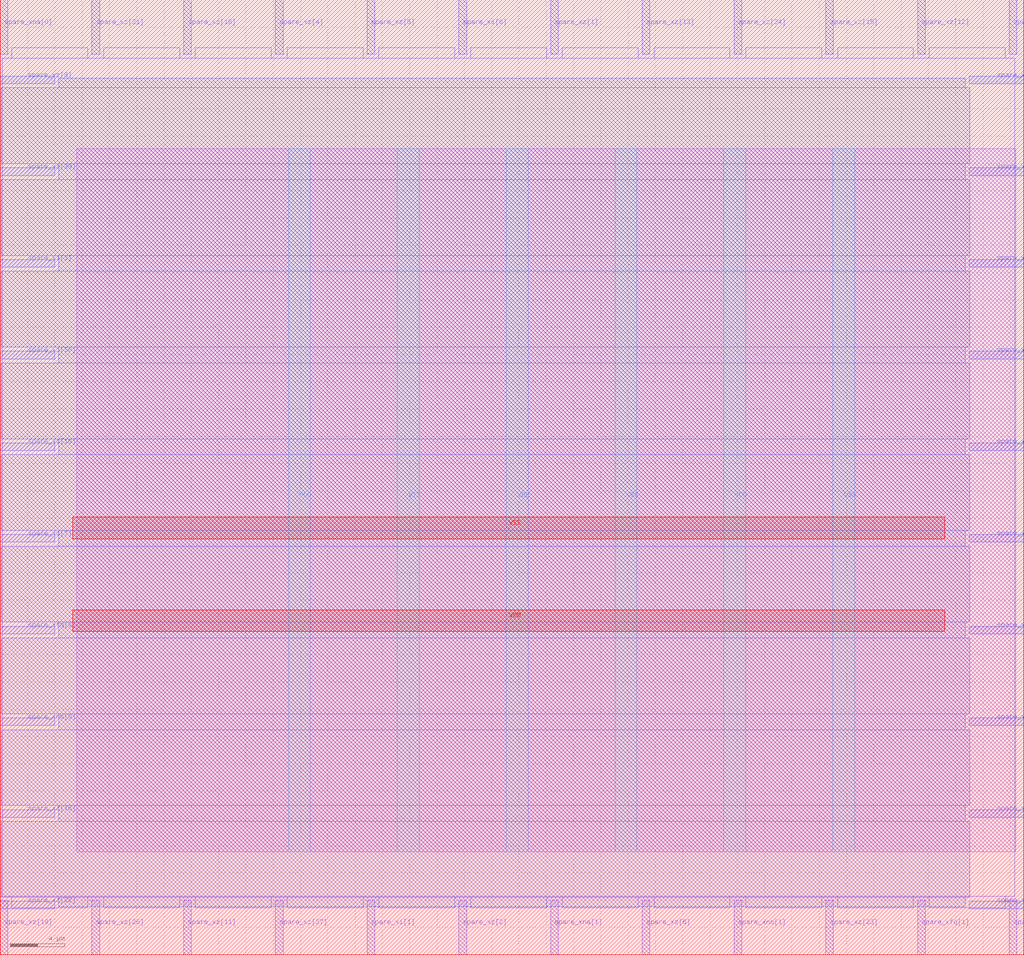
<source format=lef>
VERSION 5.7 ;
  NOWIREEXTENSIONATPIN ON ;
  DIVIDERCHAR "/" ;
  BUSBITCHARS "[]" ;
MACRO spare_logic_block
  CLASS BLOCK ;
  FOREIGN spare_logic_block ;
  ORIGIN 0.000 0.000 ;
  SIZE 75.000 BY 70.000 ;
  PIN VDD
    DIRECTION INOUT ;
    USE POWER ;
    PORT
      LAYER Metal4 ;
        RECT 21.120 7.540 22.720 59.100 ;
    END
    PORT
      LAYER Metal4 ;
        RECT 37.070 7.540 38.670 59.100 ;
    END
    PORT
      LAYER Metal4 ;
        RECT 53.020 7.540 54.620 59.100 ;
    END
    PORT
      LAYER Metal5 ;
        RECT 5.300 23.690 69.180 25.290 ;
    END
  END VDD
  PIN VSS
    DIRECTION INOUT ;
    USE GROUND ;
    PORT
      LAYER Metal4 ;
        RECT 29.095 7.540 30.695 59.100 ;
    END
    PORT
      LAYER Metal4 ;
        RECT 45.045 7.540 46.645 59.100 ;
    END
    PORT
      LAYER Metal4 ;
        RECT 60.995 7.540 62.595 59.100 ;
    END
    PORT
      LAYER Metal5 ;
        RECT 5.300 30.480 69.180 32.080 ;
    END
  END VSS
  PIN spare_xfq[0]
    DIRECTION OUTPUT TRISTATE ;
    USE SIGNAL ;
    PORT
      LAYER Metal3 ;
        RECT 0.000 23.520 4.000 24.080 ;
    END
  END spare_xfq[0]
  PIN spare_xfq[1]
    DIRECTION OUTPUT TRISTATE ;
    USE SIGNAL ;
    PORT
      LAYER Metal2 ;
        RECT 67.200 0.000 67.760 4.000 ;
    END
  END spare_xfq[1]
  PIN spare_xi[0]
    DIRECTION OUTPUT TRISTATE ;
    USE SIGNAL ;
    PORT
      LAYER Metal2 ;
        RECT 33.600 66.000 34.160 70.000 ;
    END
  END spare_xi[0]
  PIN spare_xi[1]
    DIRECTION OUTPUT TRISTATE ;
    USE SIGNAL ;
    PORT
      LAYER Metal2 ;
        RECT 26.880 0.000 27.440 4.000 ;
    END
  END spare_xi[1]
  PIN spare_xi[2]
    DIRECTION OUTPUT TRISTATE ;
    USE SIGNAL ;
    PORT
      LAYER Metal3 ;
        RECT 71.000 10.080 75.000 10.640 ;
    END
  END spare_xi[2]
  PIN spare_xi[3]
    DIRECTION OUTPUT TRISTATE ;
    USE SIGNAL ;
    PORT
      LAYER Metal3 ;
        RECT 0.000 50.400 4.000 50.960 ;
    END
  END spare_xi[3]
  PIN spare_xib
    DIRECTION OUTPUT TRISTATE ;
    USE SIGNAL ;
    PORT
      LAYER Metal3 ;
        RECT 71.000 3.360 75.000 3.920 ;
    END
  END spare_xib
  PIN spare_xmx[0]
    DIRECTION OUTPUT TRISTATE ;
    USE SIGNAL ;
    PORT
      LAYER Metal2 ;
        RECT 73.920 0.000 74.480 4.000 ;
    END
  END spare_xmx[0]
  PIN spare_xmx[1]
    DIRECTION OUTPUT TRISTATE ;
    USE SIGNAL ;
    PORT
      LAYER Metal3 ;
        RECT 71.000 50.400 75.000 50.960 ;
    END
  END spare_xmx[1]
  PIN spare_xna[0]
    DIRECTION OUTPUT TRISTATE ;
    USE SIGNAL ;
    PORT
      LAYER Metal2 ;
        RECT 0.000 66.000 0.560 70.000 ;
    END
  END spare_xna[0]
  PIN spare_xna[1]
    DIRECTION OUTPUT TRISTATE ;
    USE SIGNAL ;
    PORT
      LAYER Metal2 ;
        RECT 40.320 0.000 40.880 4.000 ;
    END
  END spare_xna[1]
  PIN spare_xno[0]
    DIRECTION OUTPUT TRISTATE ;
    USE SIGNAL ;
    PORT
      LAYER Metal3 ;
        RECT 0.000 16.800 4.000 17.360 ;
    END
  END spare_xno[0]
  PIN spare_xno[1]
    DIRECTION OUTPUT TRISTATE ;
    USE SIGNAL ;
    PORT
      LAYER Metal2 ;
        RECT 53.760 0.000 54.320 4.000 ;
    END
  END spare_xno[1]
  PIN spare_xz[0]
    DIRECTION OUTPUT TRISTATE ;
    USE SIGNAL ;
    PORT
      LAYER Metal3 ;
        RECT 71.000 57.120 75.000 57.680 ;
    END
  END spare_xz[0]
  PIN spare_xz[10]
    DIRECTION OUTPUT TRISTATE ;
    USE SIGNAL ;
    PORT
      LAYER Metal3 ;
        RECT 0.000 36.960 4.000 37.520 ;
    END
  END spare_xz[10]
  PIN spare_xz[11]
    DIRECTION OUTPUT TRISTATE ;
    USE SIGNAL ;
    PORT
      LAYER Metal2 ;
        RECT 13.440 0.000 14.000 4.000 ;
    END
  END spare_xz[11]
  PIN spare_xz[12]
    DIRECTION OUTPUT TRISTATE ;
    USE SIGNAL ;
    PORT
      LAYER Metal2 ;
        RECT 67.200 66.000 67.760 70.000 ;
    END
  END spare_xz[12]
  PIN spare_xz[13]
    DIRECTION OUTPUT TRISTATE ;
    USE SIGNAL ;
    PORT
      LAYER Metal2 ;
        RECT 47.040 66.000 47.600 70.000 ;
    END
  END spare_xz[13]
  PIN spare_xz[14]
    DIRECTION OUTPUT TRISTATE ;
    USE SIGNAL ;
    PORT
      LAYER Metal3 ;
        RECT 71.000 36.960 75.000 37.520 ;
    END
  END spare_xz[14]
  PIN spare_xz[15]
    DIRECTION OUTPUT TRISTATE ;
    USE SIGNAL ;
    PORT
      LAYER Metal2 ;
        RECT 60.480 66.000 61.040 70.000 ;
    END
  END spare_xz[15]
  PIN spare_xz[16]
    DIRECTION OUTPUT TRISTATE ;
    USE SIGNAL ;
    PORT
      LAYER Metal3 ;
        RECT 0.000 10.080 4.000 10.640 ;
    END
  END spare_xz[16]
  PIN spare_xz[17]
    DIRECTION OUTPUT TRISTATE ;
    USE SIGNAL ;
    PORT
      LAYER Metal3 ;
        RECT 71.000 63.840 75.000 64.400 ;
    END
  END spare_xz[17]
  PIN spare_xz[18]
    DIRECTION OUTPUT TRISTATE ;
    USE SIGNAL ;
    PORT
      LAYER Metal2 ;
        RECT 13.440 66.000 14.000 70.000 ;
    END
  END spare_xz[18]
  PIN spare_xz[19]
    DIRECTION OUTPUT TRISTATE ;
    USE SIGNAL ;
    PORT
      LAYER Metal2 ;
        RECT 0.000 0.000 0.560 4.000 ;
    END
  END spare_xz[19]
  PIN spare_xz[1]
    DIRECTION OUTPUT TRISTATE ;
    USE SIGNAL ;
    PORT
      LAYER Metal2 ;
        RECT 40.320 66.000 40.880 70.000 ;
    END
  END spare_xz[1]
  PIN spare_xz[20]
    DIRECTION OUTPUT TRISTATE ;
    USE SIGNAL ;
    PORT
      LAYER Metal3 ;
        RECT 71.000 43.680 75.000 44.240 ;
    END
  END spare_xz[20]
  PIN spare_xz[21]
    DIRECTION OUTPUT TRISTATE ;
    USE SIGNAL ;
    PORT
      LAYER Metal2 ;
        RECT 6.720 66.000 7.280 70.000 ;
    END
  END spare_xz[21]
  PIN spare_xz[22]
    DIRECTION OUTPUT TRISTATE ;
    USE SIGNAL ;
    PORT
      LAYER Metal3 ;
        RECT 0.000 3.360 4.000 3.920 ;
    END
  END spare_xz[22]
  PIN spare_xz[23]
    DIRECTION OUTPUT TRISTATE ;
    USE SIGNAL ;
    PORT
      LAYER Metal2 ;
        RECT 60.480 0.000 61.040 4.000 ;
    END
  END spare_xz[23]
  PIN spare_xz[24]
    DIRECTION OUTPUT TRISTATE ;
    USE SIGNAL ;
    PORT
      LAYER Metal2 ;
        RECT 53.760 66.000 54.320 70.000 ;
    END
  END spare_xz[24]
  PIN spare_xz[25]
    DIRECTION OUTPUT TRISTATE ;
    USE SIGNAL ;
    PORT
      LAYER Metal3 ;
        RECT 71.000 16.800 75.000 17.360 ;
    END
  END spare_xz[25]
  PIN spare_xz[26]
    DIRECTION OUTPUT TRISTATE ;
    USE SIGNAL ;
    PORT
      LAYER Metal2 ;
        RECT 6.720 0.000 7.280 4.000 ;
    END
  END spare_xz[26]
  PIN spare_xz[27]
    DIRECTION OUTPUT TRISTATE ;
    USE SIGNAL ;
    PORT
      LAYER Metal2 ;
        RECT 20.160 0.000 20.720 4.000 ;
    END
  END spare_xz[27]
  PIN spare_xz[28]
    DIRECTION OUTPUT TRISTATE ;
    USE SIGNAL ;
    PORT
      LAYER Metal3 ;
        RECT 0.000 57.120 4.000 57.680 ;
    END
  END spare_xz[28]
  PIN spare_xz[29]
    DIRECTION OUTPUT TRISTATE ;
    USE SIGNAL ;
    PORT
      LAYER Metal3 ;
        RECT 71.000 23.520 75.000 24.080 ;
    END
  END spare_xz[29]
  PIN spare_xz[2]
    DIRECTION OUTPUT TRISTATE ;
    USE SIGNAL ;
    PORT
      LAYER Metal2 ;
        RECT 33.600 0.000 34.160 4.000 ;
    END
  END spare_xz[2]
  PIN spare_xz[30]
    DIRECTION OUTPUT TRISTATE ;
    USE SIGNAL ;
    PORT
      LAYER Metal3 ;
        RECT 0.000 43.680 4.000 44.240 ;
    END
  END spare_xz[30]
  PIN spare_xz[3]
    DIRECTION OUTPUT TRISTATE ;
    USE SIGNAL ;
    PORT
      LAYER Metal2 ;
        RECT 73.920 66.000 74.480 70.000 ;
    END
  END spare_xz[3]
  PIN spare_xz[4]
    DIRECTION OUTPUT TRISTATE ;
    USE SIGNAL ;
    PORT
      LAYER Metal2 ;
        RECT 20.160 66.000 20.720 70.000 ;
    END
  END spare_xz[4]
  PIN spare_xz[5]
    DIRECTION OUTPUT TRISTATE ;
    USE SIGNAL ;
    PORT
      LAYER Metal2 ;
        RECT 26.880 66.000 27.440 70.000 ;
    END
  END spare_xz[5]
  PIN spare_xz[6]
    DIRECTION OUTPUT TRISTATE ;
    USE SIGNAL ;
    PORT
      LAYER Metal2 ;
        RECT 47.040 0.000 47.600 4.000 ;
    END
  END spare_xz[6]
  PIN spare_xz[7]
    DIRECTION OUTPUT TRISTATE ;
    USE SIGNAL ;
    PORT
      LAYER Metal3 ;
        RECT 0.000 30.240 4.000 30.800 ;
    END
  END spare_xz[7]
  PIN spare_xz[8]
    DIRECTION OUTPUT TRISTATE ;
    USE SIGNAL ;
    PORT
      LAYER Metal3 ;
        RECT 0.000 63.840 4.000 64.400 ;
    END
  END spare_xz[8]
  PIN spare_xz[9]
    DIRECTION OUTPUT TRISTATE ;
    USE SIGNAL ;
    PORT
      LAYER Metal3 ;
        RECT 71.000 30.240 75.000 30.800 ;
    END
  END spare_xz[9]
  OBS
      LAYER Metal1 ;
        RECT 5.600 7.540 74.390 59.100 ;
      LAYER Metal2 ;
        RECT 0.860 65.700 6.420 66.500 ;
        RECT 7.580 65.700 13.140 66.500 ;
        RECT 14.300 65.700 19.860 66.500 ;
        RECT 21.020 65.700 26.580 66.500 ;
        RECT 27.740 65.700 33.300 66.500 ;
        RECT 34.460 65.700 40.020 66.500 ;
        RECT 41.180 65.700 46.740 66.500 ;
        RECT 47.900 65.700 53.460 66.500 ;
        RECT 54.620 65.700 60.180 66.500 ;
        RECT 61.340 65.700 66.900 66.500 ;
        RECT 68.060 65.700 73.620 66.500 ;
        RECT 0.140 4.300 74.340 65.700 ;
        RECT 0.860 3.450 6.420 4.300 ;
        RECT 7.580 3.450 13.140 4.300 ;
        RECT 14.300 3.450 19.860 4.300 ;
        RECT 21.020 3.450 26.580 4.300 ;
        RECT 27.740 3.450 33.300 4.300 ;
        RECT 34.460 3.450 40.020 4.300 ;
        RECT 41.180 3.450 46.740 4.300 ;
        RECT 47.900 3.450 53.460 4.300 ;
        RECT 54.620 3.450 60.180 4.300 ;
        RECT 61.340 3.450 66.900 4.300 ;
        RECT 68.060 3.450 73.620 4.300 ;
      LAYER Metal3 ;
        RECT 4.300 63.540 70.700 64.260 ;
        RECT 0.090 57.980 71.030 63.540 ;
        RECT 4.300 56.820 70.700 57.980 ;
        RECT 0.090 51.260 71.030 56.820 ;
        RECT 4.300 50.100 70.700 51.260 ;
        RECT 0.090 44.540 71.030 50.100 ;
        RECT 4.300 43.380 70.700 44.540 ;
        RECT 0.090 37.820 71.030 43.380 ;
        RECT 4.300 36.660 70.700 37.820 ;
        RECT 0.090 31.100 71.030 36.660 ;
        RECT 4.300 29.940 70.700 31.100 ;
        RECT 0.090 24.380 71.030 29.940 ;
        RECT 4.300 23.220 70.700 24.380 ;
        RECT 0.090 17.660 71.030 23.220 ;
        RECT 4.300 16.500 70.700 17.660 ;
        RECT 0.090 10.940 71.030 16.500 ;
        RECT 4.300 9.780 70.700 10.940 ;
        RECT 0.090 4.220 71.030 9.780 ;
        RECT 4.300 3.500 70.700 4.220 ;
      LAYER Metal5 ;
        RECT 0 0 75.000 70.000 ;
  END
END spare_logic_block
END LIBRARY


</source>
